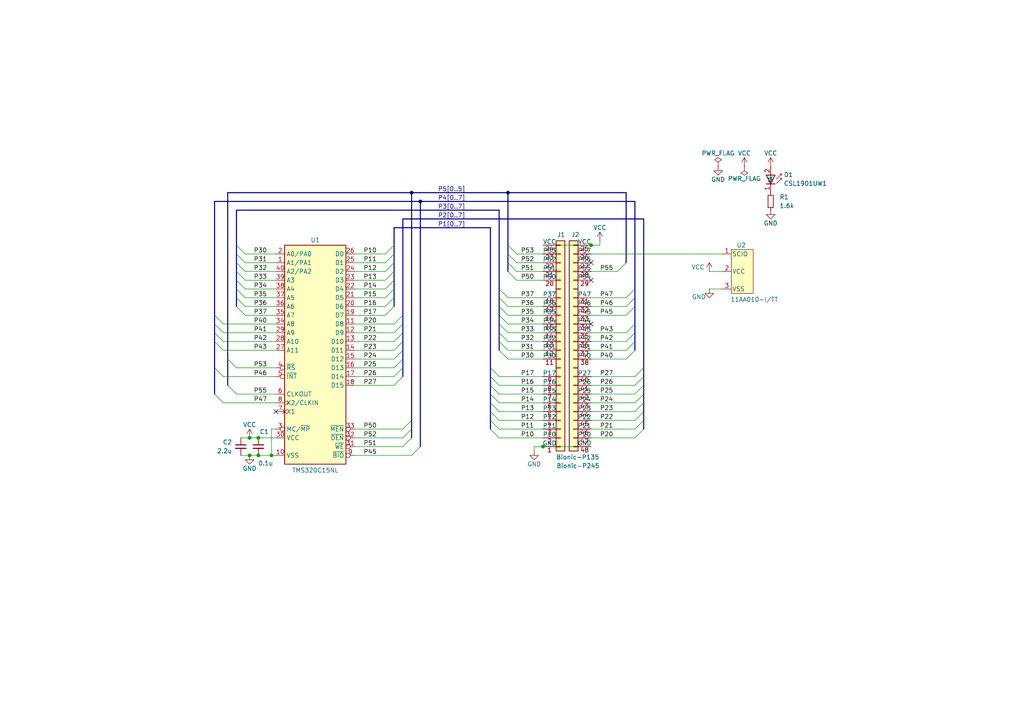
<source format=kicad_sch>
(kicad_sch (version 20231120) (generator "eeschema") (generator_version "8.0")
  (paper "A4")
  (title_block (title "BionicTMS32010") (date "2025-06-05") (rev "2") (company "Tadashi G. Takaoka"))
  (lib_symbols
    (symbol "Device:C_Small" (pin_numbers hide) (pin_names (offset 0.254) hide)
      (property "Reference" "C" (at 0.254 1.778 0))
      (property "Value" "C_Small" (at 0.254 -2.032 0))
      (symbol "C_Small_0_1"
        (polyline (pts (xy -1.524 -0.508) (xy 1.524 -0.508)) (stroke (width 0.3302)))
        (polyline (pts (xy -1.524 0.508) (xy 1.524 0.508)) (stroke (width 0.3048)))
      )
      (symbol "C_Small_1_1"
        (pin passive line (at 0 2.54 270) (length 2.032) (name "~") (number "1"))
        (pin passive line (at 0 -2.54 90) (length 2.032) (name "~") (number "2"))
      )
    )
    (symbol "Device:R_Small" (pin_numbers hide) (pin_names (offset 0.254) hide)
      (property "Reference" "R" (at 0.762 0.508 0))
      (property "Value" "R_Small" (at 0.762 -1.016 0))
      (symbol "R_Small_0_1"
        (rectangle (start -0.762 1.778) (end 0.762 -1.778) (stroke (width 0.2032)))
      )
      (symbol "R_Small_1_1"
        (pin passive line (at 0 2.54 270) (length 0.762) (name "~") (number "1"))
        (pin passive line (at 0 -2.54 90) (length 0.762) (name "~") (number "2"))
      )
    )
    (symbol "GND_1" (power) (pin_numbers hide) (pin_names (offset 0) hide)
      (property "Value" "GND" (at 0 -3.81 0))
      (symbol "GND_1_0_1"
        (polyline (pts (xy 0 0) (xy 0 -1.27) (xy 1.27 -1.27) (xy 0 -2.54) (xy -1.27 -1.27) (xy 0 -1.27)))
      )
      (symbol "GND_1_1_1"
        (pin power_in line (at 0 0 270) (length 0) (name "~") (number "1"))
      )
    )
    (symbol "GND_2" (power) (pin_numbers hide) (pin_names (offset 0) hide)
      (property "Value" "GND" (at 0 -3.81 0))
      (symbol "GND_2_0_1"
        (polyline (pts (xy 0 0) (xy 0 -1.27) (xy 1.27 -1.27) (xy 0 -2.54) (xy -1.27 -1.27) (xy 0 -1.27)))
      )
      (symbol "GND_2_1_1"
        (pin power_in line (at 0 0 270) (length 0) (name "~") (number "1"))
      )
    )
    (symbol "GND_3" (power) (pin_numbers hide) (pin_names (offset 0) hide)
      (property "Value" "GND" (at 0 -3.81 0))
      (symbol "GND_3_0_1"
        (polyline (pts (xy 0 0) (xy 0 -1.27) (xy 1.27 -1.27) (xy 0 -2.54) (xy -1.27 -1.27) (xy 0 -1.27)))
      )
      (symbol "GND_3_1_1"
        (pin power_in line (at 0 0 270) (length 0) (name "~") (number "1"))
      )
    )
    (symbol "GND_4" (power) (pin_numbers hide) (pin_names (offset 0) hide)
      (property "Value" "GND" (at 0 -3.81 0))
      (symbol "GND_4_0_1"
        (polyline (pts (xy 0 0) (xy 0 -1.27) (xy 1.27 -1.27) (xy 0 -2.54) (xy -1.27 -1.27) (xy 0 -1.27)))
      )
      (symbol "GND_4_1_1"
        (pin power_in line (at 0 0 270) (length 0) (name "~") (number "1"))
      )
    )
    (symbol "VCC_1" (power) (pin_numbers hide) (pin_names (offset 0) hide)
      (property "Value" "VCC" (at 0 3.556 0))
      (symbol "VCC_1_0_1"
        (polyline (pts (xy -0.762 1.27) (xy 0 2.54)))
        (polyline (pts (xy 0 0) (xy 0 2.54)))
        (polyline (pts (xy 0 2.54) (xy 0.762 1.27)))
      )
      (symbol "VCC_1_1_1"
        (pin power_in line (at 0 0 90) (length 0) (name "~") (number "1"))
      )
    )
    (symbol "VCC_2" (power) (pin_numbers hide) (pin_names (offset 0) hide)
      (property "Value" "VCC" (at 0 3.556 0))
      (symbol "VCC_2_0_1"
        (polyline (pts (xy -0.762 1.27) (xy 0 2.54)))
        (polyline (pts (xy 0 0) (xy 0 2.54)))
        (polyline (pts (xy 0 2.54) (xy 0.762 1.27)))
      )
      (symbol "VCC_2_1_1"
        (pin power_in line (at 0 0 90) (length 0) (name "~") (number "1"))
      )
    )
    (symbol "VCC_3" (power) (pin_numbers hide) (pin_names (offset 0) hide)
      (property "Value" "VCC" (at 0 3.556 0))
      (symbol "VCC_3_0_1"
        (polyline (pts (xy -0.762 1.27) (xy 0 2.54)))
        (polyline (pts (xy 0 0) (xy 0 2.54)))
        (polyline (pts (xy 0 2.54) (xy 0.762 1.27)))
      )
      (symbol "VCC_3_1_1"
        (pin power_in line (at 0 0 90) (length 0) (name "~") (number "1"))
      )
    )
    (symbol "VCC_4" (power) (pin_numbers hide) (pin_names (offset 0) hide)
      (property "Value" "VCC" (at 0 3.556 0))
      (symbol "VCC_4_0_1"
        (polyline (pts (xy -0.762 1.27) (xy 0 2.54)))
        (polyline (pts (xy 0 0) (xy 0 2.54)))
        (polyline (pts (xy 0 2.54) (xy 0.762 1.27)))
      )
      (symbol "VCC_4_1_1"
        (pin power_in line (at 0 0 90) (length 0) (name "~") (number "1"))
      )
    )
    (symbol "bionic:Bionic-P135" (pin_names (offset 0))
      (property "Reference" "J" (at 0 30.48 0))
      (property "Value" "Bionic-P135" (at -1.27 -33.02 0))
      (symbol "Bionic-P135_1_1"
        (rectangle (start 0 -30.353) (end -1.27 -30.607) (stroke (width 0.1524)))
        (rectangle (start 0 -27.813) (end -1.27 -28.067) (stroke (width 0.1524)))
        (rectangle (start 0 -25.273) (end -1.27 -25.527) (stroke (width 0.1524)))
        (rectangle (start 0 -22.733) (end -1.27 -22.987) (stroke (width 0.1524)))
        (rectangle (start 0 -20.193) (end -1.27 -20.447) (stroke (width 0.1524)))
        (rectangle (start 0 -17.653) (end -1.27 -17.907) (stroke (width 0.1524)))
        (rectangle (start 0 -15.113) (end -1.27 -15.367) (stroke (width 0.1524)))
        (rectangle (start 0 -12.573) (end -1.27 -12.827) (stroke (width 0.1524)))
        (rectangle (start 0 -10.033) (end -1.27 -10.287) (stroke (width 0.1524)))
        (rectangle (start 0 -7.493) (end -1.27 -7.747) (stroke (width 0.1524)))
        (rectangle (start 0 -4.953) (end -1.27 -5.207) (stroke (width 0.1524)))
        (rectangle (start 0 -2.413) (end -1.27 -2.667) (stroke (width 0.1524)))
        (rectangle (start 0 0.127) (end -1.27 -0.127) (stroke (width 0.1524)))
        (rectangle (start 0 2.667) (end -1.27 2.413) (stroke (width 0.1524)))
        (rectangle (start 0 5.207) (end -1.27 4.953) (stroke (width 0.1524)))
        (rectangle (start 0 7.747) (end -1.27 7.493) (stroke (width 0.1524)))
        (rectangle (start 0 10.287) (end -1.27 10.033) (stroke (width 0.1524)))
        (rectangle (start 0 12.827) (end -1.27 12.573) (stroke (width 0.1524)))
        (rectangle (start 0 15.367) (end -1.27 15.113) (stroke (width 0.1524)))
        (rectangle (start 0 17.907) (end -1.27 17.653) (stroke (width 0.1524)))
        (rectangle (start 0 20.447) (end -1.27 20.193) (stroke (width 0.1524)))
        (rectangle (start 0 22.987) (end -1.27 22.733) (stroke (width 0.1524)))
        (rectangle (start 0 25.527) (end -1.27 25.273) (stroke (width 0.1524)))
        (rectangle (start 0 28.067) (end -1.27 27.813) (stroke (width 0.1524)))
        (rectangle (start 1.27 29.21) (end -1.27 -31.75) (stroke (width 0.254)) (fill (type background)))
        (pin power_in line (at -5.08 -30.48 0) (length 3.81) (name "GND") (number "1"))
        (pin bidirectional line (at -5.08 -5.08 0) (length 3.81) (name "P30") (number "11"))
        (pin bidirectional line (at -5.08 -2.54 0) (length 3.81) (name "P31") (number "12"))
        (pin bidirectional line (at -5.08 0 0) (length 3.81) (name "P32") (number "13"))
        (pin bidirectional line (at -5.08 2.54 0) (length 3.81) (name "P33") (number "14"))
        (pin bidirectional line (at -5.08 5.08 0) (length 3.81) (name "P34") (number "15"))
        (pin bidirectional line (at -5.08 7.62 0) (length 3.81) (name "P35") (number "16"))
        (pin bidirectional line (at -5.08 10.16 0) (length 3.81) (name "P36") (number "17"))
        (pin bidirectional line (at -5.08 12.7 0) (length 3.81) (name "P37") (number "18"))
        (pin bidirectional line (at -5.08 -27.94 0) (length 3.81) (name "P10") (number "2"))
        (pin bidirectional line (at -5.08 17.78 0) (length 3.81) (name "P50") (number "20"))
        (pin bidirectional line (at -5.08 20.32 0) (length 3.81) (name "P51") (number "21"))
        (pin bidirectional line (at -5.08 22.86 0) (length 3.81) (name "P52") (number "22"))
        (pin bidirectional line (at -5.08 25.4 0) (length 3.81) (name "P53") (number "23"))
        (pin power_in line (at -5.08 27.94 0) (length 3.81) (name "VCC") (number "24"))
        (pin bidirectional line (at -5.08 -25.4 0) (length 3.81) (name "P11") (number "3"))
        (pin bidirectional line (at -5.08 -22.86 0) (length 3.81) (name "P12") (number "4"))
        (pin bidirectional line (at -5.08 -20.32 0) (length 3.81) (name "P13") (number "5"))
        (pin bidirectional line (at -5.08 -17.78 0) (length 3.81) (name "P14") (number "6"))
        (pin bidirectional line (at -5.08 -15.24 0) (length 3.81) (name "P15") (number "7"))
        (pin bidirectional line (at -5.08 -12.7 0) (length 3.81) (name "P16") (number "8"))
        (pin bidirectional line (at -5.08 -10.16 0) (length 3.81) (name "P17") (number "9"))
      )
    )
    (symbol "bionic:Bionic-P245" (pin_names (offset 0))
      (property "Reference" "J" (at -3.81 30.48 0))
      (property "Value" "Bionic-P245" (at -1.27 -33.02 0))
      (symbol "Bionic-P245_1_1"
        (rectangle (start -2.54 -30.607) (end -3.81 -30.353) (stroke (width 0.1524)))
        (rectangle (start -2.54 -28.067) (end -3.81 -27.813) (stroke (width 0.1524)))
        (rectangle (start -2.54 -25.527) (end -3.81 -25.273) (stroke (width 0.1524)))
        (rectangle (start -2.54 -22.987) (end -3.81 -22.733) (stroke (width 0.1524)))
        (rectangle (start -2.54 -20.447) (end -3.81 -20.193) (stroke (width 0.1524)))
        (rectangle (start -2.54 -17.907) (end -3.81 -17.653) (stroke (width 0.1524)))
        (rectangle (start -2.54 -15.367) (end -3.81 -15.113) (stroke (width 0.1524)))
        (rectangle (start -2.54 -12.827) (end -3.81 -12.573) (stroke (width 0.1524)))
        (rectangle (start -2.54 -10.287) (end -3.81 -10.033) (stroke (width 0.1524)))
        (rectangle (start -2.54 -7.747) (end -3.81 -7.493) (stroke (width 0.1524)))
        (rectangle (start -2.54 -5.207) (end -3.81 -4.953) (stroke (width 0.1524)))
        (rectangle (start -2.54 -2.667) (end -3.81 -2.413) (stroke (width 0.1524)))
        (rectangle (start -2.54 -0.127) (end -3.81 0.127) (stroke (width 0.1524)))
        (rectangle (start -2.54 2.413) (end -3.81 2.667) (stroke (width 0.1524)))
        (rectangle (start -2.54 4.953) (end -3.81 5.207) (stroke (width 0.1524)))
        (rectangle (start -2.54 7.493) (end -3.81 7.747) (stroke (width 0.1524)))
        (rectangle (start -2.54 10.033) (end -3.81 10.287) (stroke (width 0.1524)))
        (rectangle (start -2.54 12.573) (end -3.81 12.827) (stroke (width 0.1524)))
        (rectangle (start -2.54 15.113) (end -3.81 15.367) (stroke (width 0.1524)))
        (rectangle (start -2.54 17.653) (end -3.81 17.907) (stroke (width 0.1524)))
        (rectangle (start -2.54 20.193) (end -3.81 20.447) (stroke (width 0.1524)))
        (rectangle (start -2.54 22.733) (end -3.81 22.987) (stroke (width 0.1524)))
        (rectangle (start -2.54 25.273) (end -3.81 25.527) (stroke (width 0.1524)))
        (rectangle (start -2.54 27.813) (end -3.81 28.067) (stroke (width 0.1524)))
        (rectangle (start -2.54 29.21) (end -5.08 -31.75) (stroke (width 0.254)) (fill (type background)))
        (pin power_in line (at 1.27 27.94 180) (length 3.81) (name "VCC") (number "25"))
        (pin bidirectional line (at 1.27 25.4 180) (length 3.81) (name "P57") (number "26"))
        (pin bidirectional line (at 1.27 22.86 180) (length 3.81) (name "P56") (number "27"))
        (pin bidirectional line (at 1.27 20.32 180) (length 3.81) (name "P55") (number "28"))
        (pin bidirectional line (at 1.27 17.78 180) (length 3.81) (name "P54") (number "29"))
        (pin bidirectional line (at 1.27 12.7 180) (length 3.81) (name "P47") (number "31"))
        (pin bidirectional line (at 1.27 10.16 180) (length 3.81) (name "P46") (number "32"))
        (pin bidirectional line (at 1.27 7.62 180) (length 3.81) (name "P45") (number "33"))
        (pin bidirectional line (at 1.27 5.08 180) (length 3.81) (name "P44") (number "34"))
        (pin bidirectional line (at 1.27 2.54 180) (length 3.81) (name "P43") (number "35"))
        (pin bidirectional line (at 1.27 0 180) (length 3.81) (name "P42") (number "36"))
        (pin bidirectional line (at 1.27 -2.54 180) (length 3.81) (name "P41") (number "37"))
        (pin bidirectional line (at 1.27 -5.08 180) (length 3.81) (name "P40") (number "38"))
        (pin bidirectional line (at 1.27 -10.16 180) (length 3.81) (name "P27") (number "40"))
        (pin bidirectional line (at 1.27 -12.7 180) (length 3.81) (name "P26") (number "41"))
        (pin bidirectional line (at 1.27 -15.24 180) (length 3.81) (name "P25") (number "42"))
        (pin bidirectional line (at 1.27 -17.78 180) (length 3.81) (name "P24") (number "43"))
        (pin bidirectional line (at 1.27 -20.32 180) (length 3.81) (name "P23") (number "44"))
        (pin bidirectional line (at 1.27 -22.86 180) (length 3.81) (name "P22") (number "45"))
        (pin bidirectional line (at 1.27 -25.4 180) (length 3.81) (name "P21") (number "46"))
        (pin bidirectional line (at 1.27 -27.94 180) (length 3.81) (name "P20") (number "47"))
        (pin power_in line (at 1.27 -30.48 180) (length 3.81) (name "GND") (number "48"))
      )
    )
    (symbol "cpu:TMS320C15NL"
      (property "Reference" "U" (at -1.27 31.75 0))
      (property "Value" "TMS320C15NL" (at 0 -3.81 90))
      (symbol "TMS320C15NL_0_1"
        (rectangle (start -8.89 -33.02) (end 8.89 30.48) (stroke (width 0.254)) (fill (type background)))
      )
      (symbol "TMS320C15NL_1_0"
        (pin bidirectional line (at 11.43 10.16 180) (length 2.54) (name "D7") (number "19"))
      )
      (symbol "TMS320C15NL_1_1"
        (pin output line (at -11.43 25.4 0) (length 2.54) (name "A1/PA1") (number "1"))
        (pin power_in line (at -11.43 -30.48 0) (length 2.54) (name "VSS") (number "10"))
        (pin bidirectional line (at 11.43 7.62 180) (length 2.54) (name "D8") (number "11"))
        (pin bidirectional line (at 11.43 5.08 180) (length 2.54) (name "D9") (number "12"))
        (pin bidirectional line (at 11.43 2.54 180) (length 2.54) (name "D10") (number "13"))
        (pin bidirectional line (at 11.43 0 180) (length 2.54) (name "D11") (number "14"))
        (pin bidirectional line (at 11.43 -2.54 180) (length 2.54) (name "D12") (number "15"))
        (pin bidirectional line (at 11.43 -5.08 180) (length 2.54) (name "D13") (number "16"))
        (pin bidirectional line (at 11.43 -7.62 180) (length 2.54) (name "D14") (number "17"))
        (pin bidirectional line (at 11.43 -10.16 180) (length 2.54) (name "D15") (number "18"))
        (pin output line (at -11.43 27.94 0) (length 2.54) (name "A0/PA0") (number "2"))
        (pin bidirectional line (at 11.43 12.7 180) (length 2.54) (name "D6") (number "20"))
        (pin bidirectional line (at 11.43 15.24 180) (length 2.54) (name "D5") (number "21"))
        (pin bidirectional line (at 11.43 17.78 180) (length 2.54) (name "D4") (number "22"))
        (pin bidirectional line (at 11.43 20.32 180) (length 2.54) (name "D3") (number "23"))
        (pin bidirectional line (at 11.43 22.86 180) (length 2.54) (name "D2") (number "24"))
        (pin bidirectional line (at 11.43 25.4 180) (length 2.54) (name "D1") (number "25"))
        (pin bidirectional line (at 11.43 27.94 180) (length 2.54) (name "D0") (number "26"))
        (pin output line (at -11.43 0 0) (length 2.54) (name "A11") (number "27"))
        (pin output line (at -11.43 2.54 0) (length 2.54) (name "A10") (number "28"))
        (pin output line (at -11.43 5.08 0) (length 2.54) (name "A9") (number "29"))
        (pin input inverted (at -11.43 -22.86 0) (length 2.54) (name "MC/~{MP}") (number "3"))
        (pin power_in line (at -11.43 -25.4 0) (length 2.54) (name "VCC") (number "30"))
        (pin bidirectional inverted (at 11.43 -27.94 180) (length 2.54) (name "~{WE}") (number "31"))
        (pin output inverted (at 11.43 -25.4 180) (length 2.54) (name "~{DEN}") (number "32"))
        (pin output inverted (at 11.43 -22.86 180) (length 2.54) (name "~{MEN}") (number "33"))
        (pin output line (at -11.43 7.62 0) (length 2.54) (name "A8") (number "34"))
        (pin output line (at -11.43 10.16 0) (length 2.54) (name "A7") (number "35"))
        (pin output line (at -11.43 12.7 0) (length 2.54) (name "A6") (number "36"))
        (pin output line (at -11.43 15.24 0) (length 2.54) (name "A5") (number "37"))
        (pin output line (at -11.43 17.78 0) (length 2.54) (name "A4") (number "38"))
        (pin output line (at -11.43 20.32 0) (length 2.54) (name "A3") (number "39"))
        (pin input inverted (at -11.43 -5.08 0) (length 2.54) (name "~{RS}") (number "4"))
        (pin output line (at -11.43 22.86 0) (length 2.54) (name "A2/PA2") (number "40"))
        (pin input inverted (at -11.43 -7.62 0) (length 2.54) (name "~{INT}") (number "5"))
        (pin output line (at -11.43 -12.7 0) (length 2.54) (name "CLKOUT") (number "6"))
        (pin passive non_logic (at -11.43 -17.78 0) (length 2.54) (name "X1") (number "7"))
        (pin input clock (at -11.43 -15.24 0) (length 2.54) (name "X2/CLKIN") (number "8"))
        (pin input inverted (at 11.43 -30.48 180) (length 2.54) (name "~{BIO}") (number "9"))
      )
    )
    (symbol "microchip:11AA010-I_TT" (pin_names (offset 0.254))
      (property "Reference" "U" (at 2.54 1.27 0))
      (property "Value" "11AA010-I/TT" (at 3.81 -13.97 0))
      (symbol "11AA010-I_TT_1_1"
        (rectangle (start 0 0) (end 6.35 -12.7) (fill (type background)))
        (pin bidirectional line (at -2.54 -1.27 0) (length 2.54) (name "SCIO") (number "1"))
        (pin power_in line (at -2.54 -6.35 0) (length 2.54) (name "VCC") (number "2"))
        (pin power_in line (at -2.54 -11.43 0) (length 2.54) (name "VSS") (number "3"))
      )
    )
    (symbol "power:GND" (power) (pin_numbers hide) (pin_names (offset 0) hide)
      (property "Value" "GND" (at 0 -3.81 0))
      (symbol "GND_0_1"
        (polyline (pts (xy 0 0) (xy 0 -1.27) (xy 1.27 -1.27) (xy 0 -2.54) (xy -1.27 -1.27) (xy 0 -1.27)))
      )
      (symbol "GND_1_1"
        (pin power_in line (at 0 0 270) (length 0) (name "~") (number "1"))
      )
    )
    (symbol "power:PWR_FLAG" (power) (pin_numbers hide) (pin_names (offset 0) hide)
      (property "Value" "PWR_FLAG" (at 0 3.81 0))
      (symbol "PWR_FLAG_0_0"
        (pin power_out line (at 0 0 90) (length 0) (name "~") (number "1"))
      )
      (symbol "PWR_FLAG_0_1"
        (polyline (pts (xy 0 0) (xy 0 1.27) (xy -1.016 1.905) (xy 0 2.54) (xy 1.016 1.905) (xy 0 1.27)))
      )
    )
    (symbol "power:VCC" (power) (pin_numbers hide) (pin_names (offset 0) hide)
      (property "Value" "VCC" (at 0 3.556 0))
      (symbol "VCC_0_1"
        (polyline (pts (xy -0.762 1.27) (xy 0 2.54)))
        (polyline (pts (xy 0 0) (xy 0 2.54)))
        (polyline (pts (xy 0 2.54) (xy 0.762 1.27)))
      )
      (symbol "VCC_1_1"
        (pin power_in line (at 0 0 90) (length 0) (name "~") (number "1"))
      )
    )
    (symbol "rhom:CSL1901UW1" (pin_names (offset 0.254))
      (property "Reference" "D" (at 3.81 -2.54 0))
      (property "Value" "CSL1901UW1" (at 3.81 -5.08 0))
      (symbol "CSL1901UW1_0_1"
        (polyline (pts (xy 2.159 3.175) (xy 2.667 3.175)))
        (polyline (pts (xy 2.54 0) (xy 5.08 0)))
        (polyline (pts (xy 5.08 1.27) (xy 5.08 -1.27)) (stroke (width 0.254)))
        (polyline (pts (xy 3.683 1.651) (xy 2.159 3.175) (xy 2.159 2.667)))
        (polyline (pts (xy 2.54 -1.27) (xy 5.08 0) (xy 2.54 1.27) (xy 2.54 -1.27)) (stroke (width 0.254)))
        (polyline (pts (xy 4.953 1.651) (xy 3.429 3.175) (xy 3.429 2.667) (xy 3.429 3.175) (xy 3.937 3.175)))
      )
      (symbol "CSL1901UW1_1_1"
        (pin passive line (at 7.62 0 180) (length 2.54) (name "K") (number "1"))
        (pin passive line (at 0 0 0) (length 2.54) (name "A") (number "2"))
      )
      (symbol "CSL1901UW1_1_2"
        (polyline (pts (xy -5.08 7.62) (xy -4.445 8.255)) (stroke (width 0.2032)))
        (polyline (pts (xy -5.08 8.255) (xy -5.08 7.62)) (stroke (width 0.2032)))
        (polyline (pts (xy -4.445 6.35) (xy -3.81 6.985)) (stroke (width 0.2032)))
        (polyline (pts (xy -4.445 8.255) (xy -5.08 8.255)) (stroke (width 0.2032)))
        (polyline (pts (xy -4.445 9.525) (xy -3.81 10.16)) (stroke (width 0.2032)))
        (polyline (pts (xy -4.445 10.16) (xy -4.445 9.525)) (stroke (width 0.2032)))
        (polyline (pts (xy -3.81 6.985) (xy -5.08 8.255)) (stroke (width 0.2032)))
        (polyline (pts (xy -3.81 8.255) (xy -3.175 8.89)) (stroke (width 0.2032)))
        (polyline (pts (xy -3.81 10.16) (xy -4.445 10.16)) (stroke (width 0.2032)))
        (polyline (pts (xy -3.175 5.08) (xy -4.445 6.35)) (stroke (width 0.2032)))
        (polyline (pts (xy -3.175 8.89) (xy -4.445 10.16)) (stroke (width 0.2032)))
        (polyline (pts (xy -2.54 6.985) (xy -3.81 8.255)) (stroke (width 0.2032)))
        (polyline (pts (xy -1.905 3.81) (xy 1.905 3.81)) (stroke (width 0.2032)))
        (polyline (pts (xy 0 2.54) (xy 0 3.4798)) (stroke (width 0.2032)))
        (polyline (pts (xy 0 3.175) (xy 0 3.81)) (stroke (width 0.2032)))
        (polyline (pts (xy 0 6.35) (xy -1.905 3.81)) (stroke (width 0.2032)))
        (polyline (pts (xy 0 6.35) (xy 0 7.62)) (stroke (width 0.2032)))
        (polyline (pts (xy 1.905 3.81) (xy 0 6.35)) (stroke (width 0.2032)))
        (polyline (pts (xy 1.905 6.35) (xy -1.905 6.35)) (stroke (width 0.2032)))
        (pin unspecified line (at 0 10.16 270) (length 2.54) (name "") (number "1"))
        (pin unspecified line (at 0 0 90) (length 2.54) (name "") (number "2"))
      )
    )
  )
  (junction (at 157.48 129.54))
  (junction (at 119.38 55.88))
  (junction (at 74.93 127))
  (junction (at 147.32 55.88))
  (junction (at 72.39 127))
  (junction (at 78.74 132.08))
  (junction (at 72.39 132.08))
  (junction (at 171.45 71.12))
  (junction (at 74.93 132.08))
  (junction (at 121.92 58.42))
  (no_connect (at 171.45 81.28))
  (no_connect (at 80.01 119.38))
  (no_connect (at 171.45 93.98))
  (no_connect (at 171.45 76.2))
  (bus_entry (at 119.38 124.46) (size -2.54 2.54))
  (bus_entry (at 184.15 93.98) (size -2.54 2.54))
  (bus_entry (at 144.78 88.9) (size 2.54 2.54))
  (bus_entry (at 111.76 91.44) (size 2.54 -2.54))
  (bus_entry (at 144.78 99.06) (size 2.54 2.54))
  (bus_entry (at 116.84 101.6) (size -2.54 2.54))
  (bus_entry (at 186.69 111.76) (size -2.54 2.54))
  (bus_entry (at 142.24 114.3) (size 2.54 2.54))
  (bus_entry (at 71.12 78.74) (size -2.54 -2.54))
  (bus_entry (at 142.24 116.84) (size 2.54 2.54))
  (bus_entry (at 147.32 78.74) (size 2.54 2.54))
  (bus_entry (at 144.78 86.36) (size 2.54 2.54))
  (bus_entry (at 116.84 104.14) (size -2.54 2.54))
  (bus_entry (at 111.76 73.66) (size 2.54 -2.54))
  (bus_entry (at 142.24 109.22) (size 2.54 2.54))
  (bus_entry (at 116.84 99.06) (size -2.54 2.54))
  (bus_entry (at 71.12 73.66) (size -2.54 -2.54))
  (bus_entry (at 116.84 96.52) (size -2.54 2.54))
  (bus_entry (at 121.92 129.54) (size -2.54 2.54))
  (bus_entry (at 62.23 114.3) (size 2.54 2.54))
  (bus_entry (at 186.69 116.84) (size -2.54 2.54))
  (bus_entry (at 142.24 106.68) (size 2.54 2.54))
  (bus_entry (at 186.69 109.22) (size -2.54 2.54))
  (bus_entry (at 62.23 99.06) (size 2.54 2.54))
  (bus_entry (at 71.12 88.9) (size -2.54 -2.54))
  (bus_entry (at 186.69 124.46) (size -2.54 2.54))
  (bus_entry (at 144.78 83.82) (size 2.54 2.54))
  (bus_entry (at 116.84 93.98) (size -2.54 2.54))
  (bus_entry (at 62.23 96.52) (size 2.54 2.54))
  (bus_entry (at 71.12 91.44) (size -2.54 -2.54))
  (bus_entry (at 184.15 96.52) (size -2.54 2.54))
  (bus_entry (at 62.23 91.44) (size 2.54 2.54))
  (bus_entry (at 147.32 76.2) (size 2.54 2.54))
  (bus_entry (at 62.23 93.98) (size 2.54 2.54))
  (bus_entry (at 111.76 81.28) (size 2.54 -2.54))
  (bus_entry (at 66.04 104.14) (size 2.54 2.54))
  (bus_entry (at 184.15 99.06) (size -2.54 2.54))
  (bus_entry (at 186.69 106.68) (size -2.54 2.54))
  (bus_entry (at 116.84 109.22) (size -2.54 2.54))
  (bus_entry (at 184.15 101.6) (size -2.54 2.54))
  (bus_entry (at 71.12 76.2) (size -2.54 -2.54))
  (bus_entry (at 119.38 121.92) (size -2.54 2.54))
  (bus_entry (at 186.69 121.92) (size -2.54 2.54))
  (bus_entry (at 111.76 88.9) (size 2.54 -2.54))
  (bus_entry (at 144.78 91.44) (size 2.54 2.54))
  (bus_entry (at 111.76 76.2) (size 2.54 -2.54))
  (bus_entry (at 144.78 101.6) (size 2.54 2.54))
  (bus_entry (at 62.23 106.68) (size 2.54 2.54))
  (bus_entry (at 181.61 76.2) (size -2.54 2.54))
  (bus_entry (at 144.78 93.98) (size 2.54 2.54))
  (bus_entry (at 142.24 124.46) (size 2.54 2.54))
  (bus_entry (at 142.24 119.38) (size 2.54 2.54))
  (bus_entry (at 147.32 73.66) (size 2.54 2.54))
  (bus_entry (at 116.84 91.44) (size -2.54 2.54))
  (bus_entry (at 142.24 111.76) (size 2.54 2.54))
  (bus_entry (at 116.84 106.68) (size -2.54 2.54))
  (bus_entry (at 66.04 111.76) (size 2.54 2.54))
  (bus_entry (at 111.76 86.36) (size 2.54 -2.54))
  (bus_entry (at 142.24 121.92) (size 2.54 2.54))
  (bus_entry (at 186.69 114.3) (size -2.54 2.54))
  (bus_entry (at 184.15 86.36) (size -2.54 2.54))
  (bus_entry (at 186.69 119.38) (size -2.54 2.54))
  (bus_entry (at 144.78 96.52) (size 2.54 2.54))
  (bus_entry (at 184.15 88.9) (size -2.54 2.54))
  (bus_entry (at 184.15 83.82) (size -2.54 2.54))
  (bus_entry (at 71.12 86.36) (size -2.54 -2.54))
  (bus_entry (at 147.32 71.12) (size 2.54 2.54))
  (bus_entry (at 71.12 81.28) (size -2.54 -2.54))
  (bus_entry (at 71.12 83.82) (size -2.54 -2.54))
  (bus_entry (at 111.76 83.82) (size 2.54 -2.54))
  (bus_entry (at 119.38 127) (size -2.54 2.54))
  (bus_entry (at 111.76 78.74) (size 2.54 -2.54))
  (wire (pts (xy 102.87 78.74) (xy 111.76 78.74)))
  (wire (pts (xy 147.32 99.06) (xy 157.48 99.06)))
  (wire (pts (xy 72.39 132.08) (xy 74.93 132.08)))
  (wire (pts (xy 74.93 127) (xy 80.01 127)))
  (wire (pts (xy 102.87 83.82) (xy 111.76 83.82)))
  (bus (pts (xy 121.92 58.42) (xy 184.15 58.42)))
  (wire (pts (xy 102.87 109.22) (xy 114.3 109.22)))
  (wire (pts (xy 80.01 88.9) (xy 71.12 88.9)))
  (bus (pts (xy 144.78 86.36) (xy 144.78 83.82)))
  (wire (pts (xy 64.77 99.06) (xy 80.01 99.06)))
  (bus (pts (xy 147.32 78.74) (xy 147.32 76.2)))
  (bus (pts (xy 144.78 83.82) (xy 144.78 60.96)))
  (wire (pts (xy 171.45 114.3) (xy 184.15 114.3)))
  (wire (pts (xy 147.32 86.36) (xy 157.48 86.36)))
  (bus (pts (xy 114.3 66.04) (xy 114.3 71.12)))
  (wire (pts (xy 144.78 114.3) (xy 157.48 114.3)))
  (bus (pts (xy 144.78 93.98) (xy 144.78 91.44)))
  (bus (pts (xy 114.3 71.12) (xy 114.3 73.66)))
  (bus (pts (xy 184.15 96.52) (xy 184.15 93.98)))
  (bus (pts (xy 142.24 106.68) (xy 142.24 66.04)))
  (wire (pts (xy 102.87 129.54) (xy 116.84 129.54)))
  (bus (pts (xy 184.15 93.98) (xy 184.15 88.9)))
  (wire (pts (xy 78.74 124.46) (xy 78.74 132.08)))
  (wire (pts (xy 102.87 104.14) (xy 114.3 104.14)))
  (wire (pts (xy 80.01 81.28) (xy 71.12 81.28)))
  (wire (pts (xy 80.01 73.66) (xy 71.12 73.66)))
  (wire (pts (xy 171.45 86.36) (xy 181.61 86.36)))
  (wire (pts (xy 144.78 109.22) (xy 157.48 109.22)))
  (bus (pts (xy 144.78 91.44) (xy 144.78 88.9)))
  (bus (pts (xy 147.32 76.2) (xy 147.32 73.66)))
  (wire (pts (xy 64.77 96.52) (xy 80.01 96.52)))
  (wire (pts (xy 64.77 116.84) (xy 80.01 116.84)))
  (wire (pts (xy 102.87 106.68) (xy 114.3 106.68)))
  (wire (pts (xy 80.01 91.44) (xy 71.12 91.44)))
  (bus (pts (xy 121.92 58.42) (xy 121.92 129.54)))
  (wire (pts (xy 147.32 101.6) (xy 157.48 101.6)))
  (bus (pts (xy 181.61 76.2) (xy 181.61 55.88)))
  (bus (pts (xy 114.3 78.74) (xy 114.3 81.28)))
  (wire (pts (xy 149.86 78.74) (xy 157.48 78.74)))
  (wire (pts (xy 171.45 111.76) (xy 184.15 111.76)))
  (wire (pts (xy 69.85 132.08) (xy 72.39 132.08)))
  (bus (pts (xy 68.58 73.66) (xy 68.58 76.2)))
  (bus (pts (xy 119.38 124.46) (xy 119.38 127)))
  (wire (pts (xy 144.78 116.84) (xy 157.48 116.84)))
  (wire (pts (xy 154.94 130.81) (xy 154.94 129.54)))
  (wire (pts (xy 171.45 116.84) (xy 184.15 116.84)))
  (bus (pts (xy 186.69 114.3) (xy 186.69 111.76)))
  (wire (pts (xy 209.55 78.74) (xy 205.74 78.74)))
  (wire (pts (xy 171.45 99.06) (xy 181.61 99.06)))
  (wire (pts (xy 144.78 127) (xy 157.48 127)))
  (wire (pts (xy 171.45 119.38) (xy 184.15 119.38)))
  (bus (pts (xy 184.15 86.36) (xy 184.15 83.82)))
  (wire (pts (xy 154.94 129.54) (xy 157.48 129.54)))
  (wire (pts (xy 80.01 83.82) (xy 71.12 83.82)))
  (wire (pts (xy 72.39 127) (xy 74.93 127)))
  (bus (pts (xy 147.32 71.12) (xy 147.32 55.88)))
  (bus (pts (xy 142.24 114.3) (xy 142.24 111.76)))
  (wire (pts (xy 64.77 101.6) (xy 80.01 101.6)))
  (wire (pts (xy 144.78 121.92) (xy 157.48 121.92)))
  (wire (pts (xy 171.45 73.66) (xy 209.55 73.66)))
  (wire (pts (xy 78.74 132.08) (xy 80.01 132.08)))
  (bus (pts (xy 116.84 91.44) (xy 116.84 93.98)))
  (bus (pts (xy 66.04 104.14) (xy 66.04 55.88)))
  (bus (pts (xy 68.58 78.74) (xy 68.58 81.28)))
  (bus (pts (xy 62.23 93.98) (xy 62.23 96.52)))
  (bus (pts (xy 62.23 58.42) (xy 121.92 58.42)))
  (bus (pts (xy 62.23 96.52) (xy 62.23 99.06)))
  (wire (pts (xy 68.58 106.68) (xy 80.01 106.68)))
  (bus (pts (xy 62.23 99.06) (xy 62.23 106.68)))
  (wire (pts (xy 69.85 127) (xy 72.39 127)))
  (wire (pts (xy 209.55 83.82) (xy 205.74 83.82)))
  (wire (pts (xy 149.86 73.66) (xy 157.48 73.66)))
  (wire (pts (xy 144.78 111.76) (xy 157.48 111.76)))
  (wire (pts (xy 80.01 124.46) (xy 78.74 124.46)))
  (bus (pts (xy 142.24 119.38) (xy 142.24 116.84)))
  (bus (pts (xy 116.84 104.14) (xy 116.84 106.68)))
  (wire (pts (xy 157.48 129.54) (xy 171.45 129.54)))
  (bus (pts (xy 116.84 99.06) (xy 116.84 101.6)))
  (wire (pts (xy 171.45 104.14) (xy 181.61 104.14)))
  (bus (pts (xy 114.3 76.2) (xy 114.3 78.74)))
  (wire (pts (xy 147.32 88.9) (xy 157.48 88.9)))
  (wire (pts (xy 102.87 76.2) (xy 111.76 76.2)))
  (wire (pts (xy 102.87 96.52) (xy 114.3 96.52)))
  (bus (pts (xy 114.3 86.36) (xy 114.3 88.9)))
  (bus (pts (xy 68.58 76.2) (xy 68.58 78.74)))
  (bus (pts (xy 114.3 83.82) (xy 114.3 86.36)))
  (wire (pts (xy 80.01 76.2) (xy 71.12 76.2)))
  (wire (pts (xy 64.77 109.22) (xy 80.01 109.22)))
  (wire (pts (xy 147.32 93.98) (xy 157.48 93.98)))
  (wire (pts (xy 102.87 73.66) (xy 111.76 73.66)))
  (bus (pts (xy 116.84 93.98) (xy 116.84 96.52)))
  (bus (pts (xy 68.58 81.28) (xy 68.58 83.82)))
  (bus (pts (xy 147.32 73.66) (xy 147.32 71.12)))
  (bus (pts (xy 186.69 116.84) (xy 186.69 114.3)))
  (wire (pts (xy 157.48 71.12) (xy 171.45 71.12)))
  (bus (pts (xy 142.24 66.04) (xy 114.3 66.04)))
  (wire (pts (xy 80.01 78.74) (xy 71.12 78.74)))
  (wire (pts (xy 102.87 88.9) (xy 111.76 88.9)))
  (wire (pts (xy 171.45 121.92) (xy 184.15 121.92)))
  (bus (pts (xy 144.78 101.6) (xy 144.78 99.06)))
  (wire (pts (xy 173.99 71.12) (xy 171.45 71.12)))
  (bus (pts (xy 142.24 109.22) (xy 142.24 106.68)))
  (wire (pts (xy 144.78 119.38) (xy 157.48 119.38)))
  (bus (pts (xy 142.24 124.46) (xy 142.24 121.92)))
  (wire (pts (xy 80.01 86.36) (xy 71.12 86.36)))
  (wire (pts (xy 171.45 109.22) (xy 184.15 109.22)))
  (bus (pts (xy 68.58 86.36) (xy 68.58 88.9)))
  (bus (pts (xy 68.58 71.12) (xy 68.58 60.96)))
  (bus (pts (xy 142.24 121.92) (xy 142.24 119.38)))
  (wire (pts (xy 147.32 96.52) (xy 157.48 96.52)))
  (bus (pts (xy 181.61 55.88) (xy 147.32 55.88)))
  (bus (pts (xy 186.69 124.46) (xy 186.69 121.92)))
  (bus (pts (xy 184.15 83.82) (xy 184.15 58.42)))
  (bus (pts (xy 184.15 99.06) (xy 184.15 96.52)))
  (bus (pts (xy 186.69 119.38) (xy 186.69 116.84)))
  (wire (pts (xy 144.78 124.46) (xy 157.48 124.46)))
  (wire (pts (xy 102.87 81.28) (xy 111.76 81.28)))
  (bus (pts (xy 142.24 111.76) (xy 142.24 109.22)))
  (wire (pts (xy 171.45 101.6) (xy 181.61 101.6)))
  (wire (pts (xy 102.87 99.06) (xy 114.3 99.06)))
  (bus (pts (xy 116.84 101.6) (xy 116.84 104.14)))
  (bus (pts (xy 144.78 88.9) (xy 144.78 86.36)))
  (wire (pts (xy 147.32 104.14) (xy 157.48 104.14)))
  (bus (pts (xy 66.04 55.88) (xy 119.38 55.88)))
  (wire (pts (xy 171.45 91.44) (xy 181.61 91.44)))
  (wire (pts (xy 102.87 93.98) (xy 114.3 93.98)))
  (bus (pts (xy 119.38 121.92) (xy 119.38 124.46)))
  (wire (pts (xy 102.87 101.6) (xy 114.3 101.6)))
  (bus (pts (xy 68.58 71.12) (xy 68.58 73.66)))
  (wire (pts (xy 102.87 127) (xy 116.84 127)))
  (wire (pts (xy 68.58 114.3) (xy 80.01 114.3)))
  (bus (pts (xy 116.84 106.68) (xy 116.84 109.22)))
  (bus (pts (xy 142.24 116.84) (xy 142.24 114.3)))
  (bus (pts (xy 186.69 109.22) (xy 186.69 106.68)))
  (bus (pts (xy 62.23 91.44) (xy 62.23 58.42)))
  (wire (pts (xy 102.87 111.76) (xy 114.3 111.76)))
  (bus (pts (xy 62.23 91.44) (xy 62.23 93.98)))
  (bus (pts (xy 186.69 111.76) (xy 186.69 109.22)))
  (bus (pts (xy 66.04 104.14) (xy 66.04 111.76)))
  (bus (pts (xy 68.58 83.82) (xy 68.58 86.36)))
  (wire (pts (xy 171.45 127) (xy 184.15 127)))
  (wire (pts (xy 171.45 78.74) (xy 179.07 78.74)))
  (wire (pts (xy 149.86 81.28) (xy 157.48 81.28)))
  (bus (pts (xy 116.84 96.52) (xy 116.84 99.06)))
  (wire (pts (xy 102.87 124.46) (xy 116.84 124.46)))
  (wire (pts (xy 102.87 132.08) (xy 119.38 132.08)))
  (bus (pts (xy 144.78 99.06) (xy 144.78 96.52)))
  (wire (pts (xy 173.99 69.85) (xy 173.99 71.12)))
  (bus (pts (xy 114.3 73.66) (xy 114.3 76.2)))
  (bus (pts (xy 144.78 96.52) (xy 144.78 93.98)))
  (wire (pts (xy 171.45 96.52) (xy 181.61 96.52)))
  (wire (pts (xy 102.87 91.44) (xy 111.76 91.44)))
  (bus (pts (xy 119.38 55.88) (xy 147.32 55.88)))
  (wire (pts (xy 171.45 88.9) (xy 181.61 88.9)))
  (bus (pts (xy 186.69 106.68) (xy 186.69 63.5)))
  (bus (pts (xy 184.15 88.9) (xy 184.15 86.36)))
  (bus (pts (xy 186.69 121.92) (xy 186.69 119.38)))
  (bus (pts (xy 62.23 106.68) (xy 62.23 114.3)))
  (bus (pts (xy 114.3 81.28) (xy 114.3 83.82)))
  (wire (pts (xy 64.77 93.98) (xy 80.01 93.98)))
  (bus (pts (xy 184.15 101.6) (xy 184.15 99.06)))
  (wire (pts (xy 147.32 91.44) (xy 157.48 91.44)))
  (wire (pts (xy 74.93 132.08) (xy 78.74 132.08)))
  (wire (pts (xy 149.86 76.2) (xy 157.48 76.2)))
  (bus (pts (xy 68.58 60.96) (xy 144.78 60.96)))
  (bus (pts (xy 119.38 55.88) (xy 119.38 121.92)))
  (bus (pts (xy 186.69 63.5) (xy 116.84 63.5)))
  (wire (pts (xy 102.87 86.36) (xy 111.76 86.36)))
  (wire (pts (xy 171.45 124.46) (xy 184.15 124.46)))
  (bus (pts (xy 116.84 63.5) (xy 116.84 91.44)))
  (label "P11" (at 105.41 76.2 0))
  (label "P13" (at 154.94 119.38 180))
  (label "P37" (at 154.94 86.36 180))
  (label "P36" (at 77.47 88.9 180))
  (label "P24" (at 173.99 116.84 0))
  (label "P36" (at 154.94 88.9 180))
  (label "P50" (at 154.94 81.28 180))
  (label "P52" (at 154.94 76.2 180))
  (label "P52" (at 105.41 127 0))
  (label "P33" (at 154.94 96.52 180))
  (label "P21" (at 105.41 96.52 0))
  (label "P41" (at 173.99 101.6 0))
  (label "P46" (at 77.47 109.22 180))
  (label "P26" (at 173.99 111.76 0))
  (label "P31" (at 154.94 101.6 180))
  (label "P51" (at 105.41 129.54 0))
  (label "P53" (at 77.47 106.68 180))
  (label "P13" (at 105.41 81.28 0))
  (label "P1[0..7]" (at 127 66.04 0))
  (label "P45" (at 105.41 132.08 0))
  (label "P25" (at 173.99 114.3 0))
  (label "P23" (at 105.41 101.6 0))
  (label "P51" (at 154.94 78.74 180))
  (label "P47" (at 77.47 116.84 180))
  (label "P2[0..7]" (at 127 63.5 0))
  (label "P50" (at 105.41 124.46 0))
  (label "P37" (at 77.47 91.44 180))
  (label "P55" (at 77.47 114.3 180))
  (label "P17" (at 105.41 91.44 0))
  (label "P16" (at 154.94 111.76 180))
  (label "P40" (at 77.47 93.98 180))
  (label "P30" (at 154.94 104.14 180))
  (label "P30" (at 77.47 73.66 180))
  (label "P11" (at 154.94 124.46 180))
  (label "P43" (at 173.99 96.52 0))
  (label "P35" (at 154.94 91.44 180))
  (label "P17" (at 154.94 109.22 180))
  (label "P45" (at 173.99 91.44 0))
  (label "P55" (at 173.99 78.74 0))
  (label "P22" (at 173.99 121.92 0))
  (label "P31" (at 77.47 76.2 180))
  (label "P14" (at 105.41 83.82 0))
  (label "P42" (at 77.47 99.06 180))
  (label "P25" (at 105.41 106.68 0))
  (label "P53" (at 154.94 73.66 180))
  (label "P43" (at 77.47 101.6 180))
  (label "P14" (at 154.94 116.84 180))
  (label "P26" (at 105.41 109.22 0))
  (label "P23" (at 173.99 119.38 0))
  (label "P32" (at 154.94 99.06 180))
  (label "P27" (at 105.41 111.76 0))
  (label "P10" (at 105.41 73.66 0))
  (label "P20" (at 173.99 127 0))
  (label "P40" (at 173.99 104.14 0))
  (label "P42" (at 173.99 99.06 0))
  (label "P5[0..5]" (at 127 55.88 0))
  (label "P47" (at 173.99 86.36 0))
  (label "P12" (at 154.94 121.92 180))
  (label "P10" (at 154.94 127 180))
  (label "P34" (at 77.47 83.82 180))
  (label "P41" (at 77.47 96.52 180))
  (label "P16" (at 105.41 88.9 0))
  (label "P4[0..7]" (at 127 58.42 0))
  (label "P46" (at 173.99 88.9 0))
  (label "P15" (at 154.94 114.3 180))
  (label "P20" (at 105.41 93.98 0))
  (label "P22" (at 105.41 99.06 0))
  (label "P24" (at 105.41 104.14 0))
  (label "P27" (at 173.99 109.22 0))
  (label "P21" (at 173.99 124.46 0))
  (label "P15" (at 105.41 86.36 0))
  (label "P34" (at 154.94 93.98 180))
  (label "P33" (at 77.47 81.28 180))
  (label "P32" (at 77.47 78.74 180))
  (label "P3[0..7]" (at 127 60.96 0))
  (label "P12" (at 105.41 78.74 0))
  (label "P35" (at 77.47 86.36 180))
  (symbol (lib_id "Device:C_Small") (at 74.93 129.54 0) (mirror y) (unit 1)
    (property "Reference" "C1" (at 77.978 125.222 0) (effects (justify left)))
    (property "Value" "0.1u" (at 79.248 134.366 0) (effects (justify left)))
    (property "Footprint" "Capacitor_SMD:C_0603_1608Metric_Pad1.08x0.95mm_HandSolder" (effects (hide yes)))
  )
  (symbol (lib_name "VCC_2") (lib_id "power:VCC") (at 215.9 48.26 0) (unit 1)
    (property "Reference" "#PWR08" (effects (hide yes)))
    (property "Value" "VCC" (at 215.9 44.45 0))
    (property "Description" "Power symbol creates a global label with name \"VCC\"" (effects (hide yes)))
  )
  (symbol (lib_name "VCC_4") (lib_id "power:VCC") (at 173.99 69.85 0) (unit 1)
    (property "Reference" "#PWR07" (effects (hide yes)))
    (property "Value" "VCC" (at 173.99 66.04 0))
    (property "Description" "Power symbol creates a global label with name \"VCC\"" (effects (hide yes)))
  )
  (symbol (lib_id "power:GND") (at 72.39 132.08 0) (unit 1)
    (property "Reference" "#PWR03" (effects (hide yes)))
    (property "Value" "GND" (at 72.39 135.89 0))
    (property "Description" "Power symbol creates a global label with name \"GND\" , ground" (effects (hide yes)))
  )
  (symbol (lib_name "GND_3") (lib_id "power:GND") (at 205.74 83.82 0) (unit 1)
    (property "Reference" "#PWR02" (effects (hide yes)))
    (property "Value" "GND" (at 202.692 86.106 0))
    (property "Description" "Power symbol creates a global label with name \"GND\" , ground" (effects (hide yes)))
  )
  (symbol (lib_id "Device:C_Small") (at 69.85 129.54 0) (mirror y) (unit 1)
    (property "Reference" "C2" (at 67.31 128.27 0) (effects (justify left)))
    (property "Value" "2.2u" (at 67.31 130.81 0) (effects (justify left)))
    (property "Footprint" "Capacitor_SMD:C_0603_1608Metric_Pad1.08x0.95mm_HandSolder" (effects (hide yes)))
  )
  (symbol (lib_id "bionic:Bionic-P245") (at 170.18 99.06 0) (unit 1)
    (property "Reference" "J2" (at 166.878 68.072 0))
    (property "Value" "Bionic-P245" (at 167.64 135.128 0))
    (property "Footprint" "bionic:Bionic-P245_Vertical" (effects (hide yes)))
    (property "Description" "Generic connector, single row, 01x24, script generated (kicad-library-utils/schlib/autogen/connector/)" (effects (hide yes)))
  )
  (symbol (lib_id "cpu:TMS320C15NL") (at 91.44 101.6 0) (unit 1)
    (property "Reference" "U1" (at 91.44 69.596 0))
    (property "Value" "TMS320C15NL" (at 91.44 136.398 0))
    (property "Footprint" "bionic:DIP-40_W15.24mm_Socket" (effects (hide yes)))
    (property "Datasheet" "https://pdf1.alldatasheet.com/datasheet-pdf/view/29033/TI/TMS320C10.html" (effects (hide yes)))
    (property "Description" "16-bit DSP, DIP-40" (effects (hide yes)))
  )
  (symbol (lib_id "bionic:Bionic-P135") (at 162.56 99.06 0) (unit 1)
    (property "Reference" "J1" (at 161.544 68.072 0) (effects (justify left)))
    (property "Value" "Bionic-P135" (at 161.29 132.588 0) (effects (justify left)))
    (property "Footprint" "bionic:Bionic-P135_Vertical" (effects (hide yes)))
    (property "Description" "Generic connector, single row, 01x24, script generated (kicad-library-utils/schlib/autogen/connector/)" (effects (hide yes)))
  )
  (symbol (lib_id "microchip:11AA010-I_TT") (at 212.09 72.39 0) (unit 1)
    (property "Reference" "U2" (at 213.614 71.12 0) (effects (justify left)))
    (property "Value" "11AA010-I/TT" (at 211.836 86.868 0) (effects (justify left)))
    (property "Footprint" "microchip:SOT-23_MC_MCH-M" (effects (hide yes)))
    (property "Datasheet" "11AA010-I/TO" (effects (hide yes)))
    (property "Description" "UNI/O Serial EEPROM (1Kbit)" (effects (hide yes)))
  )
  (symbol (lib_id "power:PWR_FLAG") (at 208.28 48.26 0) (unit 1)
    (property "Reference" "#FLG01" (effects (hide yes)))
    (property "Value" "PWR_FLAG" (at 208.28 44.45 0))
    (property "Description" "Special symbol for telling ERC where power comes from" (effects (hide yes)))
  )
  (symbol (lib_id "Device:R_Small") (at 223.52 58.42 0) (unit 1)
    (property "Reference" "R1" (at 226.06 57.1499 0) (effects (justify left)))
    (property "Value" "1.6k" (at 226.06 59.6899 0) (effects (justify left)))
    (property "Footprint" "Resistor_SMD:R_0603_1608Metric_Pad0.98x0.95mm_HandSolder" (effects (hide yes)))
    (property "Description" "Resistor, small symbol" (effects (hide yes)))
  )
  (symbol (lib_name "VCC_3") (lib_id "power:VCC") (at 205.74 78.74 0) (unit 1)
    (property "Reference" "#PWR010" (effects (hide yes)))
    (property "Value" "VCC" (at 202.438 77.47 0))
    (property "Description" "Power symbol creates a global label with name \"VCC\"" (effects (hide yes)))
  )
  (symbol (lib_id "power:PWR_FLAG") (at 215.9 48.26 180) (unit 1)
    (property "Reference" "#FLG02" (effects (hide yes)))
    (property "Value" "PWR_FLAG" (at 215.9 51.816 0))
    (property "Description" "Special symbol for telling ERC where power comes from" (effects (hide yes)))
  )
  (symbol (lib_name "GND_4") (lib_id "power:GND") (at 154.94 130.81 0) (unit 1)
    (property "Reference" "#PWR01" (effects (hide yes)))
    (property "Value" "GND" (at 154.94 134.62 0))
    (property "Description" "Power symbol creates a global label with name \"GND\" , ground" (effects (hide yes)))
  )
  (symbol (lib_id "rhom:CSL1901UW1") (at 223.52 48.26 270) (unit 1)
    (property "Reference" "D1" (at 227.33 50.6729 90) (effects (justify left)))
    (property "Value" "CSL1901UW1" (at 227.33 53.2129 90) (effects (justify left)))
    (property "Footprint" "rhom:LED_CSL1901UW1_ROM-M" (effects (hide yes)))
    (property "Datasheet" "https://fscdn.rohm.com/en/products/databook/datasheet/opto/led/chip_mono/csl1901uw1-e.pdf" (effects (hide yes)))
    (property "Description" "Red LED (Low Current Emission, SMD)" (effects (hide yes)))
  )
  (symbol (lib_id "power:VCC") (at 72.39 127 0) (unit 1)
    (property "Reference" "#PWR04" (effects (hide yes)))
    (property "Value" "VCC" (at 72.39 123.19 0))
    (property "Description" "Power symbol creates a global label with name \"VCC\"" (effects (hide yes)))
  )
  (symbol (lib_name "GND_2") (lib_id "power:GND") (at 208.28 48.26 0) (unit 1)
    (property "Reference" "#PWR06" (effects (hide yes)))
    (property "Value" "GND" (at 208.28 52.07 0))
    (property "Description" "Power symbol creates a global label with name \"GND\" , ground" (effects (hide yes)))
  )
  (symbol (lib_name "GND_1") (lib_id "power:GND") (at 223.52 60.96 0) (unit 1)
    (property "Reference" "#PWR05" (effects (hide yes)))
    (property "Value" "GND" (at 223.52 64.77 0))
    (property "Description" "Power symbol creates a global label with name \"GND\" , ground" (effects (hide yes)))
  )
  (symbol (lib_name "VCC_1") (lib_id "power:VCC") (at 223.52 48.26 0) (unit 1)
    (property "Reference" "#PWR09" (effects (hide yes)))
    (property "Value" "VCC" (at 223.52 44.45 0))
    (property "Description" "Power symbol creates a global label with name \"VCC\"" (effects (hide yes)))
  )
)
</source>
